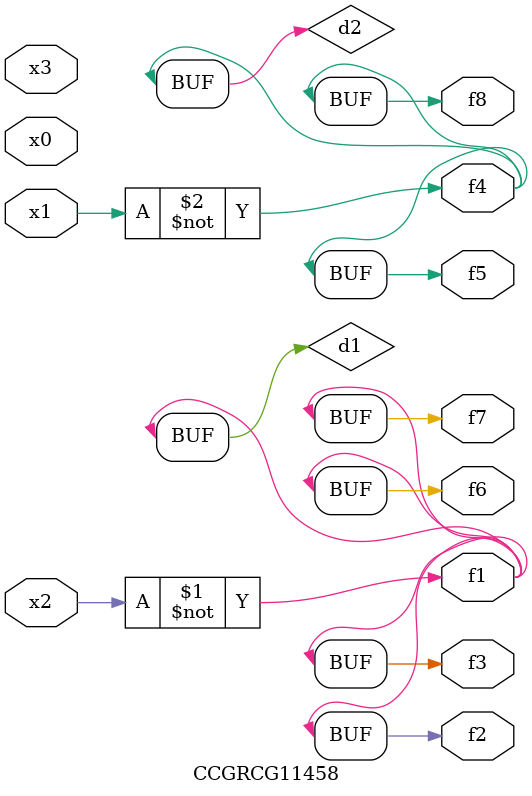
<source format=v>
module CCGRCG11458(
	input x0, x1, x2, x3,
	output f1, f2, f3, f4, f5, f6, f7, f8
);

	wire d1, d2;

	xnor (d1, x2);
	not (d2, x1);
	assign f1 = d1;
	assign f2 = d1;
	assign f3 = d1;
	assign f4 = d2;
	assign f5 = d2;
	assign f6 = d1;
	assign f7 = d1;
	assign f8 = d2;
endmodule

</source>
